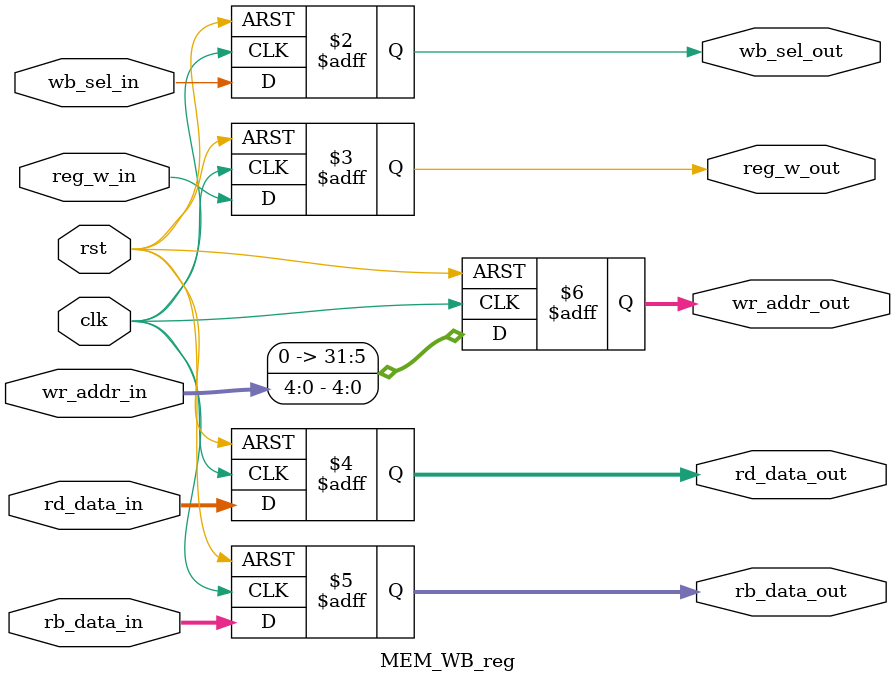
<source format=sv>
module MEM_WB_reg (
    input clk,
    input rst,
    input wb_sel_in,
    input reg_w_in,
    input [31:0] rd_data_in,
    input [31:0] rb_data_in,
    input [4:0] wr_addr_in,
    output reg wb_sel_out,
    output reg reg_w_out,
    output reg [31:0] rd_data_out,
    output reg [31:0] rb_data_out,
    output reg [31:0] wr_addr_out
);

always_ff @(posedge clk, posedge rst) begin
    if(rst) begin
        wb_sel_out <= 0;
        reg_w_out <= 0;
        rd_data_out <= 32'd0;
        rb_data_out <= 32'd0;
        wr_addr_out <= 32'd0;
    end
    else begin
        wb_sel_out <= wb_sel_in;
        reg_w_out <= reg_w_in;
        rd_data_out <= rd_data_in;
        rb_data_out <= rb_data_in;
        wr_addr_out <= wr_addr_in;
    end
end
    
endmodule
</source>
